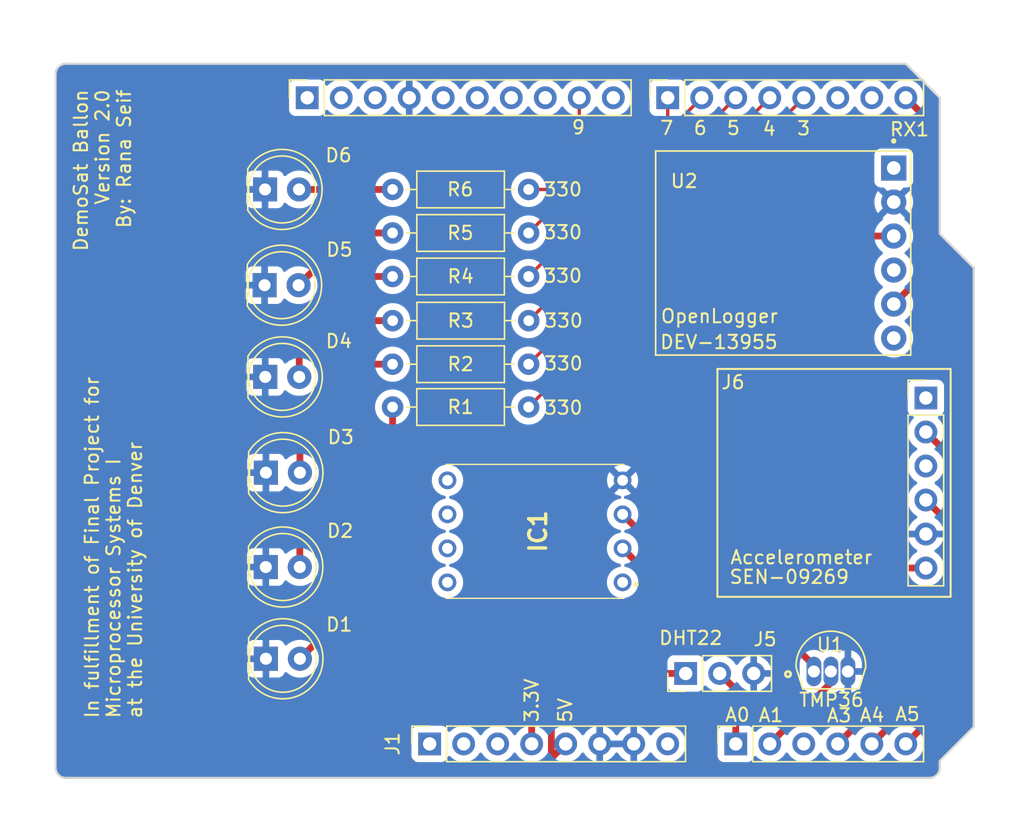
<source format=kicad_pcb>
(kicad_pcb (version 20240108) (generator "pcbnew") (generator_version "8.0")
  (title_block (date "mar. 31 mars 2015"))
  (layers (0 "F.Cu" signal) (31 "B.Cu" signal) (34 "B.Paste" user) (35 "F.Paste" user) (36 "B.SilkS" user "B.Silkscreen") (37 "F.SilkS" user "F.Silkscreen") (38 "B.Mask" user) (39 "F.Mask" user) (44 "Edge.Cuts" user))
  (net 0 "")
  (net 1 "GND")
  (net 3 "+5V")
  (net 4 "/IOREF")
  (net 5 "Net-(D1-A)")
  (net 6 "Net-(D2-A)")
  (net 7 "Net-(D3-A)")
  (net 8 "Net-(D4-A)")
  (net 9 "/SDA{slash}A4")
  (net 10 "/SCL{slash}A5")
  (net 11 "/13")
  (net 12 "/12")
  (net 13 "/AREF")
  (net 14 "/8")
  (net 16 "/*11")
  (net 17 "/*10")
  (net 19 "/Pressure_Sensor")
  (net 23 "/TX{slash}1")
  (net 24 "/LED_Accelerometer")
  (net 25 "/Ext_Temp_Sensor")
  (net 26 "+3V3")
  (net 28 "/~{RESET}")
  (net 29 "/DHT_Sensor")
  (net 30 "/Accel_Z")
  (net 31 "/Accel_X")
  (net 32 "/6")
  (net 33 "/LED_Pressure")
  (net 34 "/LED_Power")
  (net 35 "/Open_Logger")
  (net 36 "/LED_Humidity")
  (net 37 "/LED_InternalTemp")
  (net 38 "/LED_ExternalTemp")
  (net 41 "Net-(D5-A)")
  (net 42 "Net-(D6-A)")
  (net 46 "VCC")
  (footprint "Connector_PinSocket_2.54mm:PinSocket_1x08_P2.54mm_Vertical" (layer "F.Cu") (at 127.94 97.46 90)
    (property "Reference" "J1" (at 0 -2.77 90) (layer "F.SilkS"))
    (property "Value" "Power")
    (fp_line (start 1.33 -1.33) (end 1.33 0) (stroke (width 0.12)) (layer "F.SilkS"))
    (fp_line (start 0 -1.33) (end 1.33 -1.33) (stroke (width 0.12)) (layer "F.SilkS"))
    (fp_line (start 1.33 1.27) (end 1.33 19.11) (stroke (width 0.12)) (layer "F.SilkS"))
    (fp_line (start -1.33 1.27) (end 1.33 1.27) (stroke (width 0.12)) (layer "F.SilkS"))
    (fp_line (start -1.33 1.27) (end -1.33 19.11) (stroke (width 0.12)) (layer "F.SilkS"))
    (fp_line (start -1.33 19.11) (end 1.33 19.11) (stroke (width 0.12)) (layer "F.SilkS"))
    (pad "1" thru_hole rect (at 0 0 90) (size 1.7 1.7) (drill 1) (layers "*.Cu" "*.Mask"))
    (pad "2" thru_hole oval (at 0 2.54 90) (size 1.7 1.7) (drill 1) (layers "*.Cu" "*.Mask") (net 4 "/IOREF"))
    (pad "3" thru_hole oval (at 0 5.08 90) (size 1.7 1.7) (drill 1) (layers "*.Cu" "*.Mask") (net 28 "/~{RESET}"))
    (pad "4" thru_hole oval (at 0 7.62 90) (size 1.7 1.7) (drill 1) (layers "*.Cu" "*.Mask") (net 26 "+3V3"))
    (pad "5" thru_hole oval (at 0 10.16 90) (size 1.7 1.7) (drill 1) (layers "*.Cu" "*.Mask") (net 3 "+5V"))
    (pad "6" thru_hole oval (at 0 12.7 90) (size 1.7 1.7) (drill 1) (layers "*.Cu" "*.Mask") (net 1 "GND"))
    (pad "7" thru_hole oval (at 0 15.24 90) (size 1.7 1.7) (drill 1) (layers "*.Cu" "*.Mask") (net 1 "GND"))
    (pad "8" thru_hole oval (at 0 17.78 90) (size 1.7 1.7) (drill 1) (layers "*.Cu" "*.Mask") (net 46 "VCC"))
  )
  (footprint "Connector_PinSocket_2.54mm:PinSocket_1x06_P2.54mm_Vertical" (layer "F.Cu") (at 150.8 97.46 90)
    (property "Reference" "J3" (hide yes))
    (property "Value" "Analog")
    (fp_line (start 1.33 -1.33) (end 1.33 0) (stroke (width 0.12)) (layer "F.SilkS"))
    (fp_line (start 0 -1.33) (end 1.33 -1.33) (stroke (width 0.12)) (layer "F.SilkS"))
    (fp_line (start 1.33 1.27) (end 1.33 14.03) (stroke (width 0.12)) (layer "F.SilkS"))
    (fp_line (start -1.33 1.27) (end 1.33 1.27) (stroke (width 0.12)) (layer "F.SilkS"))
    (fp_line (start -1.33 1.27) (end -1.33 14.03) (stroke (width 0.12)) (layer "F.SilkS"))
    (fp_line (start -1.33 14.03) (end 1.33 14.03) (stroke (width 0.12)) (layer "F.SilkS"))
    (pad "1" thru_hole rect (at 0 0 90) (size 1.7 1.7) (drill 1) (layers "*.Cu" "*.Mask") (net 29 "/DHT_Sensor"))
    (pad "2" thru_hole oval (at 0 2.54 90) (size 1.7 1.7) (drill 1) (layers "*.Cu" "*.Mask") (net 25 "/Ext_Temp_Sensor"))
    (pad "3" thru_hole oval (at 0 5.08 90) (size 1.7 1.7) (drill 1) (layers "*.Cu" "*.Mask"))
    (pad "4" thru_hole oval (at 0 7.62 90) (size 1.7 1.7) (drill 1) (layers "*.Cu" "*.Mask") (net 19 "/Pressure_Sensor"))
    (pad "5" thru_hole oval (at 0 10.16 90) (size 1.7 1.7) (drill 1) (layers "*.Cu" "*.Mask") (net 31 "/Accel_X"))
    (pad "6" thru_hole oval (at 0 12.7 90) (size 1.7 1.7) (drill 1) (layers "*.Cu" "*.Mask") (net 30 "/Accel_Z"))
  )
  (footprint "Connector_PinSocket_2.54mm:PinSocket_1x10_P2.54mm_Vertical" (layer "F.Cu") (at 118.796 49.2 90)
    (property "Reference" "J2" (hide yes))
    (property "Value" "Digital/PWM")
    (fp_line (start 1.33 -1.33) (end 1.33 0) (stroke (width 0.12)) (layer "F.SilkS"))
    (fp_line (start 0 -1.33) (end 1.33 -1.33) (stroke (width 0.12)) (layer "F.SilkS"))
    (fp_line (start 1.33 1.27) (end 1.33 24.19) (stroke (width 0.12)) (layer "F.SilkS"))
    (fp_line (start -1.33 1.27) (end 1.33 1.27) (stroke (width 0.12)) (layer "F.SilkS"))
    (fp_line (start -1.33 1.27) (end -1.33 24.19) (stroke (width 0.12)) (layer "F.SilkS"))
    (fp_line (start -1.33 24.19) (end 1.33 24.19) (stroke (width 0.12)) (layer "F.SilkS"))
    (pad "1" thru_hole rect (at 0 0 90) (size 1.7 1.7) (drill 1) (layers "*.Cu" "*.Mask") (net 10 "/SCL{slash}A5"))
    (pad "2" thru_hole oval (at 0 2.54 90) (size 1.7 1.7) (drill 1) (layers "*.Cu" "*.Mask") (net 9 "/SDA{slash}A4"))
    (pad "3" thru_hole oval (at 0 5.08 90) (size 1.7 1.7) (drill 1) (layers "*.Cu" "*.Mask") (net 13 "/AREF"))
    (pad "4" thru_hole oval (at 0 7.62 90) (size 1.7 1.7) (drill 1) (layers "*.Cu" "*.Mask") (net 1 "GND"))
    (pad "5" thru_hole oval (at 0 10.16 90) (size 1.7 1.7) (drill 1) (layers "*.Cu" "*.Mask") (net 11 "/13"))
    (pad "6" thru_hole oval (at 0 12.7 90) (size 1.7 1.7) (drill 1) (layers "*.Cu" "*.Mask") (net 12 "/12"))
    (pad "7" thru_hole oval (at 0 15.24 90) (size 1.7 1.7) (drill 1) (layers "*.Cu" "*.Mask") (net 16 "/*11"))
    (pad "8" thru_hole oval (at 0 17.78 90) (size 1.7 1.7) (drill 1) (layers "*.Cu" "*.Mask") (net 17 "/*10"))
    (pad "9" thru_hole oval (at 0 20.32 90) (size 1.7 1.7) (drill 1) (layers "*.Cu" "*.Mask") (net 24 "/LED_Accelerometer"))
    (pad "10" thru_hole oval (at 0 22.86 90) (size 1.7 1.7) (drill 1) (layers "*.Cu" "*.Mask") (net 14 "/8"))
  )
  (footprint "Connector_PinSocket_2.54mm:PinSocket_1x08_P2.54mm_Vertical" (layer "F.Cu") (at 145.72 49.2 90)
    (property "Reference" "J4" (hide yes))
    (property "Value" "Digital/PWM")
    (fp_line (start 1.33 -1.33) (end 1.33 0) (stroke (width 0.12)) (layer "F.SilkS"))
    (fp_line (start 0 -1.33) (end 1.33 -1.33) (stroke (width 0.12)) (layer "F.SilkS"))
    (fp_line (start 1.33 1.27) (end 1.33 19.11) (stroke (width 0.12)) (layer "F.SilkS"))
    (fp_line (start -1.33 1.27) (end 1.33 1.27) (stroke (width 0.12)) (layer "F.SilkS"))
    (fp_line (start -1.33 1.27) (end -1.33 19.11) (stroke (width 0.12)) (layer "F.SilkS"))
    (fp_line (start -1.33 19.11) (end 1.33 19.11) (stroke (width 0.12)) (layer "F.SilkS"))
    (pad "1" thru_hole rect (at 0 0 90) (size 1.7 1.7) (drill 1) (layers "*.Cu" "*.Mask") (net 33 "/LED_Pressure"))
    (pad "2" thru_hole oval (at 0 2.54 90) (size 1.7 1.7) (drill 1) (layers "*.Cu" "*.Mask") (net 36 "/LED_Humidity"))
    (pad "3" thru_hole oval (at 0 5.08 90) (size 1.7 1.7) (drill 1) (layers "*.Cu" "*.Mask") (net 38 "/LED_ExternalTemp"))
    (pad "4" thru_hole oval (at 0 7.62 90) (size 1.7 1.7) (drill 1) (layers "*.Cu" "*.Mask") (net 37 "/LED_InternalTemp"))
    (pad "5" thru_hole oval (at 0 10.16 90) (size 1.7 1.7) (drill 1) (layers "*.Cu" "*.Mask") (net 34 "/LED_Power"))
    (pad "6" thru_hole oval (at 0 12.7 90) (size 1.7 1.7) (drill 1) (layers "*.Cu" "*.Mask") (net 32 "/6"))
    (pad "7" thru_hole oval (at 0 15.24 90) (size 1.7 1.7) (drill 1) (layers "*.Cu" "*.Mask") (net 23 "/TX{slash}1"))
    (pad "8" thru_hole oval (at 0 17.78 90) (size 1.7 1.7) (drill 1) (layers "*.Cu" "*.Mask") (net 35 "/Open_Logger"))
  )
  (footprint "LED_THT:LED_D5.0mm" (layer "F.Cu") (at 115.61 63.2)
    (property "Reference" "D5" (at 5.59 -2.65 0) (layer "F.SilkS"))
    (property "Value" "Pressure")
    (fp_line (start -1.29 -1.545) (end -1.29 1.545) (stroke (width 0.12)) (layer "F.SilkS"))
    (fp_arc (start -1.29 -1.54483) (mid 2.071756 -2.880501) (end 4.26 -0.000048) (stroke (width 0.12)) (layer "F.SilkS"))
    (fp_arc (start 4.26 0.000048) (mid 2.071756 2.880501) (end -1.29 1.54483) (stroke (width 0.12)) (layer "F.SilkS"))
    (fp_circle (center 1.27 0) (end 3.77 0) (stroke (width 0.12)) (fill none) (layer "F.SilkS"))
    (pad "1" thru_hole rect (at 0 0) (size 1.8 1.8) (drill 0.9) (layers "*.Cu" "*.Mask") (net 1 "GND"))
    (pad "2" thru_hole circle (at 2.54 0) (size 1.8 1.8) (drill 0.9) (layers "*.Cu" "*.Mask") (net 41 "Net-(D5-A)"))
  )
  (footprint "TMP36GT9:XDCR_TMP36GT9" (layer "F.Cu") (at 157.905 91.15)
    (property "Reference" "U1" (at -0.05 -1.1 0) (layer "F.SilkS") (effects (font (size 1.001913 1.001913))))
    (property "Value" "TMP36" (at 0.045 3.025 0) (layer "F.SilkS") (effects (font (size 1.00078 1.00078))))
    (fp_line (start -2.6 0.6) (end -2.1 2.2) (stroke (width 0.127)) (layer "F.SilkS"))
    (fp_line (start -2.1 2.2) (end 2.1 2.2) (stroke (width 0.127)) (layer "F.SilkS"))
    (fp_line (start 2.1 2.2) (end 2.6 0.6) (stroke (width 0.127)) (layer "F.SilkS"))
    (fp_arc (start -2.6 0.538) (mid 0 -2.107779) (end 2.6 0.538) (stroke (width 0.127)) (layer "F.SilkS"))
    (fp_circle (center -3.2 1.1) (end -3 1.1) (stroke (width 0.2)) (fill none) (layer "F.SilkS"))
    (pad "1" thru_hole oval (at -1.27 0.9) (size 1.1 2.2) (drill 0.9) (layers "*.Cu" "*.Mask") (net 3 "+5V"))
    (pad "2" thru_hole oval (at 0 0.9) (size 1.1 2.2) (drill 0.9) (layers "*.Cu" "*.Mask") (net 25 "/Ext_Temp_Sensor"))
    (pad "3" thru_hole oval (at 1.27 0.9) (size 1.1 2.2) (drill 0.9) (layers "*.Cu" "*.Mask") (net 1 "GND"))
  )
  (footprint "Connector_PinHeader_2.54mm:PinHeader_1x03_P2.54mm_Vertical" (layer "F.Cu") (at 147.06 92.2 90)
    (property "Reference" "J5" (at 2.55 5.93 180) (layer "F.SilkS"))
    (property "Value" "DHT22" (at 2.65 0.38 180) (layer "F.SilkS"))
    (fp_line (start -1.33 -1.33) (end 0 -1.33) (stroke (width 0.12)) (layer "F.SilkS"))
    (fp_line (start -1.33 0) (end -1.33 -1.33) (stroke (width 0.12)) (layer "F.SilkS"))
    (fp_line (start 1.33 1.27) (end 1.33 6.41) (stroke (width 0.12)) (layer "F.SilkS"))
    (fp_line (start -1.33 1.27) (end 1.33 1.27) (stroke (width 0.12)) (layer "F.SilkS"))
    (fp_line (start -1.33 1.27) (end -1.33 6.41) (stroke (width 0.12)) (layer "F.SilkS"))
    (fp_line (start -1.33 6.41) (end 1.33 6.41) (stroke (width 0.12)) (layer "F.SilkS"))
    (pad "1" thru_hole rect (at 0 0 90) (size 1.7 1.7) (drill 1) (layers "*.Cu" "*.Mask") (net 3 "+5V"))
    (pad "2" thru_hole oval (at 0 2.54 90) (size 1.7 1.7) (drill 1) (layers "*.Cu" "*.Mask") (net 29 "/DHT_Sensor"))
    (pad "3" thru_hole oval (at 0 5.08 90) (size 1.7 1.7) (drill 1) (layers "*.Cu" "*.Mask") (net 1 "GND"))
  )
  (footprint "Resistor_THT:R_Axial_DIN0207_L6.3mm_D2.5mm_P10.16mm_Horizontal" (layer "F.Cu") (at 135.33 59.3 180)
    (property "Reference" "R5" (at 5.1 0 0) (layer "F.SilkS"))
    (property "Value" "330" (at -2.55 0.05 0) (layer "F.SilkS"))
    (fp_line (start 9.12 0) (end 8.35 0) (stroke (width 0.12)) (layer "F.SilkS"))
    (fp_line (start 8.35 1.37) (end 8.35 -1.37) (stroke (width 0.12)) (layer "F.SilkS"))
    (fp_line (start 8.35 -1.37) (end 1.81 -1.37) (stroke (width 0.12)) (layer "F.SilkS"))
    (fp_line (start 1.81 1.37) (end 8.35 1.37) (stroke (width 0.12)) (layer "F.SilkS"))
    (fp_line (start 1.81 -1.37) (end 1.81 1.37) (stroke (width 0.12)) (layer "F.SilkS"))
    (fp_line (start 1.04 0) (end 1.81 0) (stroke (width 0.12)) (layer "F.SilkS"))
    (pad "1" thru_hole circle (at 0 0 180) (size 1.6 1.6) (drill 0.8) (layers "*.Cu" "*.Mask") (net 33 "/LED_Pressure"))
    (pad "2" thru_hole oval (at 10.16 0 180) (size 1.6 1.6) (drill 0.8) (layers "*.Cu" "*.Mask") (net 41 "Net-(D5-A)"))
  )
  (footprint "DEV-13955:MODULE_DEV-13955" (layer "F.Cu") (at 154.345 60.8 90)
    (property "Reference" "U2" (at 5.375 -7.395 180) (layer "F.SilkS"))
    (property "Value" "DEV-13955 " (at -6.65 -4.42 180) (layer "F.SilkS"))
    (fp_line (start 7.62 -9.525) (end 7.62 9.525) (stroke (width 0.127)) (layer "F.SilkS"))
    (fp_line (start -7.62 -9.525) (end 7.62 -9.525) (stroke (width 0.127)) (layer "F.SilkS"))
    (fp_line (start 7.62 9.525) (end -7.62 9.525) (stroke (width 0.127)) (layer "F.SilkS"))
    (fp_line (start -7.62 9.525) (end -7.62 -9.525) (stroke (width 0.127)) (layer "F.SilkS"))
    (fp_circle (center 8.37 8.255) (end 8.47 8.255) (stroke (width 0.2)) (fill none) (layer "F.SilkS"))
    (pad "1" thru_hole rect (at 6.35 8.255 90) (size 1.8796 1.8796) (drill 1.016) (layers "*.Cu" "*.Mask"))
    (pad "2" thru_hole circle (at 3.81 8.255 90) (size 1.8796 1.8796) (drill 1.016) (layers "*.Cu" "*.Mask") (net 1 "GND"))
    (pad "3" thru_hole circle (at 1.27 8.255 90) (size 1.8796 1.8796) (drill 1.016) (layers "*.Cu" "*.Mask") (net 3 "+5V"))
    (pad "4" thru_hole circle (at -1.27 8.255 90) (size 1.8796 1.8796) (drill 1.016) (layers "*.Cu" "*.Mask"))
    (pad "5" thru_hole circle (at -3.81 8.255 90) (size 1.8796 1.8796) (drill 1.016) (layers "*.Cu" "*.Mask") (net 35 "/Open_Logger"))
    (pad "6" thru_hole circle (at -6.35 8.255 90) (size 1.8796 1.8796) (drill 1.016) (layers "*.Cu" "*.Mask"))
  )
  (footprint "Pressure_SSCDANV015PAAA5:SSCDANV015PAAA5" (layer "F.Cu") (at 142.35 85.395 90)
    (property "Reference" "IC1" (at 3.81 -6.32 90) (layer "F.SilkS") (effects (font (size 1.27 1.27) (thickness 0.254))))
    (property "Value" "SSCDANV015PAAA5" (hide yes))
    (fp_line (start 8.81 -13.19) (end 8.81 0.11) (stroke (width 0.1)) (layer "F.SilkS"))
    (fp_line (start -1.19 0.11) (end -1.19 -13.19) (stroke (width 0.1)) (layer "F.SilkS"))
    (fp_line (start -0.05 1) (end -0.05 1) (stroke (width 0.2)) (layer "F.SilkS"))
    (fp_line (start -0.25 1) (end -0.25 1) (stroke (width 0.2)) (layer "F.SilkS"))
    (fp_arc (start -0.05 1) (mid -0.15 1.1) (end -0.25 1) (stroke (width 0.2)) (layer "F.SilkS"))
    (fp_arc (start -0.25 1) (mid -0.15 0.9) (end -0.05 1) (stroke (width 0.2)) (layer "F.SilkS"))
    (pad "1" thru_hole circle (at 0 0 90) (size 1.321 1.321) (drill 0.813) (layers "*.Cu" "*.Mask"))
    (pad "2" thru_hole circle (at 2.54 0 90) (size 1.321 1.321) (drill 0.813) (layers "*.Cu" "*.Mask") (net 3 "+5V"))
    (pad "3" thru_hole circle (at 5.08 0 90) (size 1.321 1.321) (drill 0.813) (layers "*.Cu" "*.Mask") (net 19 "/Pressure_Sensor"))
    (pad "4" thru_hole circle (at 7.62 0 90) (size 1.321 1.321) (drill 0.813) (layers "*.Cu" "*.Mask") (net 1 "GND"))
    (pad "5" thru_hole circle (at 7.62 -13.08 90) (size 1.321 1.321) (drill 0.813) (layers "*.Cu" "*.Mask"))
    (pad "6" thru_hole circle (at 5.08 -13.08 90) (size 1.321 1.321) (drill 0.813) (layers "*.Cu" "*.Mask"))
    (pad "7" thru_hole circle (at 2.54 -13.08 90) (size 1.321 1.321) (drill 0.813) (layers "*.Cu" "*.Mask"))
    (pad "8" thru_hole circle (at 0 -13.08 90) (size 1.321 1.321) (drill 0.813) (layers "*.Cu" "*.Mask"))
  )
  (footprint "LED_THT:LED_D5.0mm" (layer "F.Cu") (at 115.71 91.1)
    (property "Reference" "D1" (at 5.475 -2.55 0) (layer "F.SilkS"))
    (property "Value" "Power")
    (fp_line (start -1.29 -1.545) (end -1.29 1.545) (stroke (width 0.12)) (layer "F.SilkS"))
    (fp_arc (start -1.29 -1.54483) (mid 2.071756 -2.880501) (end 4.26 -0.000048) (stroke (width 0.12)) (layer "F.SilkS"))
    (fp_arc (start 4.26 0.000048) (mid 2.071756 2.880501) (end -1.29 1.54483) (stroke (width 0.12)) (layer "F.SilkS"))
    (fp_circle (center 1.27 0) (end 3.77 0) (stroke (width 0.12)) (fill none) (layer "F.SilkS"))
    (pad "1" thru_hole rect (at 0 0) (size 1.8 1.8) (drill 0.9) (layers "*.Cu" "*.Mask") (net 1 "GND"))
    (pad "2" thru_hole circle (at 2.54 0) (size 1.8 1.8) (drill 0.9) (layers "*.Cu" "*.Mask") (net 5 "Net-(D1-A)"))
  )
  (footprint "Resistor_THT:R_Axial_DIN0207_L6.3mm_D2.5mm_P10.16mm_Horizontal" (layer "F.Cu") (at 135.33 72.3 180)
    (property "Reference" "R1" (at 5.08 0 0) (layer "F.SilkS"))
    (property "Value" "330" (at -2.59 -0.05 0) (layer "F.SilkS"))
    (fp_line (start 9.12 0) (end 8.35 0) (stroke (width 0.12)) (layer "F.SilkS"))
    (fp_line (start 8.35 1.37) (end 8.35 -1.37) (stroke (width 0.12)) (layer "F.SilkS"))
    (fp_line (start 8.35 -1.37) (end 1.81 -1.37) (stroke (width 0.12)) (layer "F.SilkS"))
    (fp_line (start 1.81 1.37) (end 8.35 1.37) (stroke (width 0.12)) (layer "F.SilkS"))
    (fp_line (start 1.81 -1.37) (end 1.81 1.37) (stroke (width 0.12)) (layer "F.SilkS"))
    (fp_line (start 1.04 0) (end 1.81 0) (stroke (width 0.12)) (layer "F.SilkS"))
    (pad "1" thru_hole circle (at 0 0 180) (size 1.6 1.6) (drill 0.8) (layers "*.Cu" "*.Mask") (net 34 "/LED_Power"))
    (pad "2" thru_hole oval (at 10.16 0 180) (size 1.6 1.6) (drill 0.8) (layers "*.Cu" "*.Mask") (net 5 "Net-(D1-A)"))
  )
  (footprint "Resistor_THT:R_Axial_DIN0207_L6.3mm_D2.5mm_P10.16mm_Horizontal" (layer "F.Cu") (at 135.34 65.85 180)
    (property "Reference" "R3" (at 5.08 0 0) (layer "F.SilkS"))
    (property "Value" "330" (at -2.6 0 0) (layer "F.SilkS"))
    (fp_line (start 9.12 0) (end 8.35 0) (stroke (width 0.12)) (layer "F.SilkS"))
    (fp_line (start 8.35 1.37) (end 8.35 -1.37) (stroke (width 0.12)) (layer "F.SilkS"))
    (fp_line (start 8.35 -1.37) (end 1.81 -1.37) (stroke (width 0.12)) (layer "F.SilkS"))
    (fp_line (start 1.81 1.37) (end 8.35 1.37) (stroke (width 0.12)) (layer "F.SilkS"))
    (fp_line (start 1.81 -1.37) (end 1.81 1.37) (stroke (width 0.12)) (layer "F.SilkS"))
    (fp_line (start 1.04 0) (end 1.81 0) (stroke (width 0.12)) (layer "F.SilkS"))
    (pad "1" thru_hole circle (at 0 0 180) (size 1.6 1.6) (drill 0.8) (layers "*.Cu" "*.Mask") (net 38 "/LED_ExternalTemp"))
    (pad "2" thru_hole oval (at 10.16 0 180) (size 1.6 1.6) (drill 0.8) (layers "*.Cu" "*.Mask") (net 7 "Net-(D3-A)"))
  )
  (footprint "LED_THT:LED_D5.0mm" (layer "F.Cu") (at 115.645 56.05)
    (property "Reference" "D6" (at 5.49 -2.55 0) (layer "F.SilkS"))
    (property "Value" "Accelerometer")
    (fp_line (start -1.29 -1.545) (end -1.29 1.545) (stroke (width 0.12)) (layer "F.SilkS"))
    (fp_arc (start -1.29 -1.54483) (mid 2.071756 -2.880501) (end 4.26 -0.000048) (stroke (width 0.12)) (layer "F.SilkS"))
    (fp_arc (start 4.26 0.000048) (mid 2.071756 2.880501) (end -1.29 1.54483) (stroke (width 0.12)) (layer "F.SilkS"))
    (fp_circle (center 1.27 0) (end 3.77 0) (stroke (width 0.12)) (fill none) (layer "F.SilkS"))
    (pad "1" thru_hole rect (at 0 0) (size 1.8 1.8) (drill 0.9) (layers "*.Cu" "*.Mask") (net 1 "GND"))
    (pad "2" thru_hole circle (at 2.54 0) (size 1.8 1.8) (drill 0.9) (layers "*.Cu" "*.Mask") (net 42 "Net-(D6-A)"))
  )
  (footprint "LED_THT:LED_D5.0mm" (layer "F.Cu") (at 115.71 77.2)
    (property "Reference" "D3" (at 5.59 -2.65 0) (layer "F.SilkS"))
    (property "Value" "Ext_Temp")
    (fp_line (start -1.29 -1.545) (end -1.29 1.545) (stroke (width 0.12)) (layer "F.SilkS"))
    (fp_arc (start -1.29 -1.54483) (mid 2.071756 -2.880501) (end 4.26 -0.000048) (stroke (width 0.12)) (layer "F.SilkS"))
    (fp_arc (start 4.26 0.000048) (mid 2.071756 2.880501) (end -1.29 1.54483) (stroke (width 0.12)) (layer "F.SilkS"))
    (fp_circle (center 1.27 0) (end 3.77 0) (stroke (width 0.12)) (fill none) (layer "F.SilkS"))
    (pad "1" thru_hole rect (at 0 0) (size 1.8 1.8) (drill 0.9) (layers "*.Cu" "*.Mask") (net 1 "GND"))
    (pad "2" thru_hole circle (at 2.54 0) (size 1.8 1.8) (drill 0.9) (layers "*.Cu" "*.Mask") (net 7 "Net-(D3-A)"))
  )
  (footprint "Resistor_THT:R_Axial_DIN0207_L6.3mm_D2.5mm_P10.16mm_Horizontal" (layer "F.Cu") (at 135.33 69.1 180)
    (property "Reference" "R2" (at 5.08 0 0) (layer "F.SilkS"))
    (property "Value" "330" (at -2.6 0.05 0) (layer "F.SilkS"))
    (fp_line (start 9.12 0) (end 8.35 0) (stroke (width 0.12)) (layer "F.SilkS"))
    (fp_line (start 8.35 1.37) (end 8.35 -1.37) (stroke (width 0.12)) (layer "F.SilkS"))
    (fp_line (start 8.35 -1.37) (end 1.81 -1.37) (stroke (width 0.12)) (layer "F.SilkS"))
    (fp_line (start 1.81 1.37) (end 8.35 1.37) (stroke (width 0.12)) (layer "F.SilkS"))
    (fp_line (start 1.81 -1.37) (end 1.81 1.37) (stroke (width 0.12)) (layer "F.SilkS"))
    (fp_line (start 1.04 0) (end 1.81 0) (stroke (width 0.12)) (layer "F.SilkS"))
    (pad "1" thru_hole circle (at 0 0 180) (size 1.6 1.6) (drill 0.8) (layers "*.Cu" "*.Mask") (net 37 "/LED_InternalTemp"))
    (pad "2" thru_hole oval (at 10.16 0 180) (size 1.6 1.6) (drill 0.8) (layers "*.Cu" "*.Mask") (net 6 "Net-(D2-A)"))
  )
  (footprint "Resistor_THT:R_Axial_DIN0207_L6.3mm_D2.5mm_P10.16mm_Horizontal" (layer "F.Cu") (at 135.33 62.55 180)
    (property "Reference" "R4" (at 5.08 0 0) (layer "F.SilkS"))
    (property "Value" "330" (at -2.55 0.05 0) (layer "F.SilkS"))
    (fp_line (start 9.12 0) (end 8.35 0) (stroke (width 0.12)) (layer "F.SilkS"))
    (fp_line (start 8.35 1.37) (end 8.35 -1.37) (stroke (width 0.12)) (layer "F.SilkS"))
    (fp_line (start 8.35 -1.37) (end 1.81 -1.37) (stroke (width 0.12)) (layer "F.SilkS"))
    (fp_line (start 1.81 1.37) (end 8.35 1.37) (stroke (width 0.12)) (layer "F.SilkS"))
    (fp_line (start 1.81 -1.37) (end 1.81 1.37) (stroke (width 0.12)) (layer "F.SilkS"))
    (fp_line (start 1.04 0) (end 1.81 0) (stroke (width 0.12)) (layer "F.SilkS"))
    (pad "1" thru_hole circle (at 0 0 180) (size 1.6 1.6) (drill 0.8) (layers "*.Cu" "*.Mask") (net 36 "/LED_Humidity"))
    (pad "2" thru_hole oval (at 10.16 0 180) (size 1.6 1.6) (drill 0.8) (layers "*.Cu" "*.Mask") (net 8 "Net-(D4-A)"))
  )
  (footprint "Connector_PinHeader_2.54mm:PinHeader_1x06_P2.54mm_Vertical" (layer "F.Cu") (at 165 71.625)
    (property "Reference" "J6" (at -14.4 -1.175 0) (layer "F.SilkS"))
    (property "Value" "Accelerometer" (at -9.3 11.9 0) (layer "F.SilkS"))
    (fp_line (start -1.33 -1.33) (end 0 -1.33) (stroke (width 0.12)) (layer "F.SilkS"))
    (fp_line (start -1.33 0) (end -1.33 -1.33) (stroke (width 0.12)) (layer "F.SilkS"))
    (fp_line (start -1.33 1.27) (end -1.33 14.03) (stroke (width 0.12)) (layer "F.SilkS"))
    (fp_line (start -1.33 1.27) (end 1.33 1.27) (stroke (width 0.12)) (layer "F.SilkS"))
    (fp_line (start -1.33 14.03) (end 1.33 14.03) (stroke (width 0.12)) (layer "F.SilkS"))
    (fp_line (start 1.33 1.27) (end 1.33 14.03) (stroke (width 0.12)) (layer "F.SilkS"))
    (pad "1" thru_hole rect (at 0 0) (size 1.7 1.7) (drill 1) (layers "*.Cu" "*.Mask"))
    (pad "2" thru_hole oval (at 0 2.54) (size 1.7 1.7) (drill 1) (layers "*.Cu" "*.Mask") (net 30 "/Accel_Z"))
    (pad "3" thru_hole oval (at 0 5.08) (size 1.7 1.7) (drill 1) (layers "*.Cu" "*.Mask"))
    (pad "4" thru_hole oval (at 0 7.62) (size 1.7 1.7) (drill 1) (layers "*.Cu" "*.Mask") (net 31 "/Accel_X"))
    (pad "5" thru_hole oval (at 0 10.16) (size 1.7 1.7) (drill 1) (layers "*.Cu" "*.Mask") (net 1 "GND"))
    (pad "6" thru_hole oval (at 0 12.7) (size 1.7 1.7) (drill 1) (layers "*.Cu" "*.Mask") (net 26 "+3V3"))
  )
  (footprint "LED_THT:LED_D5.0mm" (layer "F.Cu") (at 115.66 70.05)
    (property "Reference" "D4" (at 5.5 -2.67 0) (layer "F.SilkS"))
    (property "Value" "Humidity")
    (fp_line (start -1.29 -1.545) (end -1.29 1.545) (stroke (width 0.12)) (layer "F.SilkS"))
    (fp_arc (start -1.29 -1.54483) (mid 2.071756 -2.880501) (end 4.26 -0.000048) (stroke (width 0.12)) (layer "F.SilkS"))
    (fp_arc (start 4.26 0.000048) (mid 2.071756 2.880501) (end -1.29 1.54483) (stroke (width 0.12)) (layer "F.SilkS"))
    (fp_circle (center 1.27 0) (end 3.77 0) (stroke (width 0.12)) (fill none) (layer "F.SilkS"))
    (pad "1" thru_hole rect (at 0 0) (size 1.8 1.8) (drill 0.9) (layers "*.Cu" "*.Mask") (net 1 "GND"))
    (pad "2" thru_hole circle (at 2.54 0) (size 1.8 1.8) (drill 0.9) (layers "*.Cu" "*.Mask") (net 8 "Net-(D4-A)"))
  )
  (footprint "LED_THT:LED_D5.0mm" (layer "F.Cu") (at 115.7 84.25)
    (property "Reference" "D2" (at 5.55 -2.7 0) (layer "F.SilkS"))
    (property "Value" "Int_Temp")
    (fp_line (start -1.29 -1.545) (end -1.29 1.545) (stroke (width 0.12)) (layer "F.SilkS"))
    (fp_arc (start -1.29 -1.54483) (mid 2.071756 -2.880501) (end 4.26 -0.000048) (stroke (width 0.12)) (layer "F.SilkS"))
    (fp_arc (start 4.26 0.000048) (mid 2.071756 2.880501) (end -1.29 1.54483) (stroke (width 0.12)) (layer "F.SilkS"))
    (fp_circle (center 1.27 0) (end 3.77 0) (stroke (width 0.12)) (fill none) (layer "F.SilkS"))
    (pad "1" thru_hole rect (at 0 0) (size 1.8 1.8) (drill 0.9) (layers "*.Cu" "*.Mask") (net 1 "GND"))
    (pad "2" thru_hole circle (at 2.54 0) (size 1.8 1.8) (drill 0.9) (layers "*.Cu" "*.Mask") (net 6 "Net-(D2-A)"))
  )
  (footprint "Resistor_THT:R_Axial_DIN0207_L6.3mm_D2.5mm_P10.16mm_Horizontal" (layer "F.Cu") (at 135.33 56.05 180)
    (property "Reference" "R6" (at 5.11 0 0) (layer "F.SilkS"))
    (property "Value" "330" (at -2.55 0 0) (layer "F.SilkS"))
    (fp_line (start 9.12 0) (end 8.35 0) (stroke (width 0.12)) (layer "F.SilkS"))
    (fp_line (start 8.35 1.37) (end 8.35 -1.37) (stroke (width 0.12)) (layer "F.SilkS"))
    (fp_line (start 8.35 -1.37) (end 1.81 -1.37) (stroke (width 0.12)) (layer "F.SilkS"))
    (fp_line (start 1.81 1.37) (end 8.35 1.37) (stroke (width 0.12)) (layer "F.SilkS"))
    (fp_line (start 1.81 -1.37) (end 1.81 1.37) (stroke (width 0.12)) (layer "F.SilkS"))
    (fp_line (start 1.04 0) (end 1.81 0) (stroke (width 0.12)) (layer "F.SilkS"))
    (pad "1" thru_hole circle (at 0 0 180) (size 1.6 1.6) (drill 0.8) (layers "*.Cu" "*.Mask") (net 24 "/LED_Accelerometer"))
    (pad "2" thru_hole oval (at 10.16 0 180) (size 1.6 1.6) (drill 0.8) (layers "*.Cu" "*.Mask") (net 42 "Net-(D6-A)"))
  )
  (gr_rect (start 149.43 69.455) (end 166.85 86.475) (stroke (width 0.15)) (fill none) (layer "F.SilkS"))
  (gr_line (start 166.04 59.36) (end 168.58 61.9) (stroke (width 0.15)) (layer "Edge.Cuts"))
  (gr_line (start 100 99.238) (end 100 47.422) (stroke (width 0.15)) (layer "Edge.Cuts"))
  (gr_line (start 168.58 61.9) (end 168.58 96.19) (stroke (width 0.15)) (layer "Edge.Cuts"))
  (gr_line (start 165.278 100) (end 100.762 100) (stroke (width 0.15)) (layer "Edge.Cuts"))
  (gr_line (start 100.762 46.66) (end 163.5 46.66) (stroke (width 0.15)) (layer "Edge.Cuts"))
  (gr_arc (start 100.762 100) (mid 100.223185 99.776815) (end 100 99.238) (stroke (width 0.15)) (layer "Edge.Cuts"))
  (gr_line (start 168.58 96.19) (end 166.04 98.73) (stroke (width 0.15)) (layer "Edge.Cuts"))
  (gr_line (start 163.5 46.66) (end 166.04 49.2) (stroke (width 0.15)) (layer "Edge.Cuts"))
  (gr_arc (start 166.04 99.238) (mid 165.816815 99.776815) (end 165.278 100) (stroke (width 0.15)) (layer "Edge.Cuts"))
  (gr_line (start 166.04 49.2) (end 166.04 59.36) (stroke (width 0.15)) (layer "Edge.Cuts"))
  (gr_line (start 166.04 98.73) (end 166.04 99.238) (stroke (width 0.15)) (layer "Edge.Cuts"))
  (gr_arc (start 100 47.422) (mid 100.223185 46.883185) (end 100.762 46.66) (stroke (width 0.15)) (layer "Edge.Cuts"))
  (gr_text "9" (at 138.475 52 0) (layer "F.SilkS") (effects (font (size 1 1)) (justify left bottom)))
  (gr_text "DemoSat Ballon\nVersion 2.0\nBy: Rana Seif\n" (at 105.7 48.5 90) (layer "F.SilkS") (effects (font (size 1 1)) (justify right bottom)))
  (gr_text "5V" (at 138.65 95.95 90) (layer "F.SilkS") (effects (font (size 1 1)) (justify left bottom)))
  (gr_text "A0" (at 149.925 95.875 0) (layer "F.SilkS") (effects (font (size 1 1)) (justify left bottom)))
  (gr_text "A1" (at 152.425 95.9 0) (layer "F.SilkS") (effects (font (size 1 1)) (justify left bottom)))
  (gr_text "3" (at 155.3 52.075 0) (layer "F.SilkS") (effects (font (size 1 1)) (justify left bottom)))
  (gr_text "5" (at 150.05 52.05 0) (layer "F.SilkS") (effects (font (size 1 1)) (justify left bottom)))
  (gr_text "A4" (at 159.975 95.9 0) (layer "F.SilkS") (effects (font (size 1 1)) (justify left bottom)))
  (gr_text "3.3V" (at 136.15 95.925 90) (layer "F.SilkS") (effects (font (size 1 1)) (justify left bottom)))
  (gr_text "In fulfillment of Final Project for\nMicroprocessor Systems I \nat the University of Denver" (at 106.525 95.625 90) (layer "F.SilkS") (effects (font (size 1 1)) (justify left bottom)))
  (gr_text "SEN-09269" (at 150.25 85.575 0) (layer "F.SilkS") (effects (font (size 1 1)) (justify left bottom)))
  (gr_text "6" (at 147.575 52.05 0) (layer "F.SilkS") (effects (font (size 1 1)) (justify left bottom)))
  (gr_text "7" (at 145.075 52.05 0) (layer "F.SilkS") (effects (font (size 1 1)) (justify left bottom)))
  (gr_text "RX1" (at 162.225 52.15 0) (layer "F.SilkS") (effects (font (size 1 1)) (justify left bottom)))
  (gr_text "A3" (at 157.525 95.925 0) (layer "F.SilkS") (effects (font (size 1 1)) (justify left bottom)))
  (gr_text "OpenLogger" (at 145.125 66.1 0) (layer "F.SilkS") (effects (font (size 1 1)) (justify left bottom)))
  (gr_text "4" (at 152.725 52.1 0) (layer "F.SilkS") (effects (font (size 1 1)) (justify left bottom)))
  (gr_text "A5" (at 162.625 95.825 0) (layer "F.SilkS") (effects (font (size 1 1)) (justify left bottom)))
  (segment (start 158.78 92.25) (end 158.78 91.7) (width 0.25) (layer "F.Cu") (net 1))
  (segment (start 142.85 92.2) (end 147.06 92.2) (width 0.508) (layer "F.Cu") (net 3))
  (segment (start 125.775 77.225) (end 128.325 74.675) (width 0.508) (layer "F.Cu") (net 3))
  (segment (start 148.07 59.53) (end 162.6 59.53) (width 0.508) (layer "F.Cu") (net 3))
  (segment (start 143.975 86.15) (end 147.325 89.5) (width 0.508) (layer "F.Cu") (net 3))
  (segment (start 147.325 89.5) (end 154.525 89.5) (width 0.508) (layer "F.Cu") (net 3))
  (segment (start 137.03 98.53) (end 136.335 99.225) (width 0.508) (layer "F.Cu") (net 3))
  (segment (start 125.775 98.05) (end 125.775 77.225) (width 0.508) (layer "F.Cu") (net 3))
  (segment (start 139 92.225) (end 139.025 92.2) (width 0.508) (layer "F.Cu") (net 3))
  (segment (start 154.525 89.5) (end 156.635 91.61) (width 0.508) (layer "F.Cu") (net 3))
  (segment (start 143.975 91.075) (end 142.85 92.2) (width 0.508) (layer "F.Cu") (net 3))
  (segment (start 143.975 86.15) (end 143.975 91.075) (width 0.508) (layer "F.Cu") (net 3))
  (segment (start 139.025 92.2) (end 142.85 92.2) (width 0.508) (layer "F.Cu") (net 3))
  (segment (start 142.35 82.855) (end 143.975 84.48) (width 0.508) (layer "F.Cu") (net 3))
  (segment (start 137.03 98.53) (end 137.03 93.745) (width 0.508) (layer "F.Cu") (net 3))
  (segment (start 143.975 84.48) (end 143.975 86.15) (width 0.508) (layer "F.Cu") (net 3))
  (segment (start 143.975 68.5) (end 143.975 63.625) (width 0.508) (layer "F.Cu") (net 3))
  (segment (start 156.635 91.61) (end 156.635 92.05) (width 0.508) (layer "F.Cu") (net 3))
  (segment (start 138.55 92.225) (end 139 92.225) (width 0.508) (layer "F.Cu") (net 3))
  (segment (start 143.975 63.625) (end 148.07 59.53) (width 0.508) (layer "F.Cu") (net 3))
  (segment (start 138.1 97.46) (end 137.03 98.53) (width 0.508) (layer "F.Cu") (net 3))
  (segment (start 136.335 99.225) (end 126.95 99.225) (width 0.508) (layer "F.Cu") (net 3))
  (segment (start 137.8 74.675) (end 143.975 68.5) (width 0.508) (layer "F.Cu") (net 3))
  (segment (start 137.03 93.745) (end 138.55 92.225) (width 0.508) (layer "F.Cu") (net 3))
  (segment (start 126.95 99.225) (end 125.775 98.05) (width 0.508) (layer "F.Cu") (net 3))
  (segment (start 128.325 74.675) (end 137.8 74.675) (width 0.508) (layer "F.Cu") (net 3))
  (segment (start 122.85 81.225) (end 122.85 77.225) (width 0.508) (layer "F.Cu") (net 5))
  (segment (start 125.17 74.905) (end 125.17 72.3) (width 0.508) (layer "F.Cu") (net 5))
  (segment (start 120.6 83.475) (end 122.85 81.225) (width 0.508) (layer "F.Cu") (net 5))
  (segment (start 122.85 77.225) (end 125.17 74.905) (width 0.508) (layer "F.Cu") (net 5))
  (segment (start 118.25 91.1) (end 120.6 88.75) (width 0.508) (layer "F.Cu") (net 5))
  (segment (start 120.6 88.75) (end 120.6 83.475) (width 0.508) (layer "F.Cu") (net 5))
  (segment (start 121.75 78.95) (end 118.24 82.46) (width 0.508) (layer "F.Cu") (net 6))
  (segment (start 118.24 82.46) (end 118.24 84.25) (width 0.508) (layer "F.Cu") (net 6))
  (segment (start 121.75 70.65) (end 121.75 78.95) (width 0.508) (layer "F.Cu") (net 6))
  (segment (start 125.17 69.1) (end 123.3 69.1) (width 0.508) (layer "F.Cu") (net 6))
  (segment (start 123.3 69.1) (end 121.75 70.65) (width 0.508) (layer "F.Cu") (net 6))
  (segment (start 120.7 68.225) (end 123.075 65.85) (width 0.508) (layer "F.Cu") (net 7))
  (segment (start 120.7 72) (end 120.7 68.225) (width 0.508) (layer "F.Cu") (net 7))
  (segment (start 123.075 65.85) (end 125.18 65.85) (width 0.508) (layer "F.Cu") (net 7))
  (segment (start 118.25 74.45) (end 120.7 72) (width 0.508) (layer "F.Cu") (net 7))
  (segment (start 118.25 77.2) (end 118.25 74.45) (width 0.508) (layer "F.Cu") (net 7))
  (segment (start 118.2 70.05) (end 118.2 67.1) (width 0.508) (layer "F.Cu") (net 8))
  (segment (start 122.75 62.55) (end 125.17 62.55) (width 0.508) (layer "F.Cu") (net 8))
  (segment (start 118.2 67.1) (end 122.75 62.55) (width 0.508) (layer "F.Cu") (net 8))
  (segment (start 160.375 88.075) (end 162 89.7) (width 0.508) (layer "F.Cu") (net 19))
  (segment (start 162 89.7) (end 162 93.88) (width 0.508) (layer "F.Cu") (net 19))
  (segment (start 162 93.88) (end 158.42 97.46) (width 0.508) (layer "F.Cu") (net 19))
  (segment (start 142.35 80.315) (end 150.11 88.075) (width 0.508) (layer "F.Cu") (net 19))
  (segment (start 150.11 88.075) (end 160.375 88.075) (width 0.508) (layer "F.Cu") (net 19))
  (segment (start 139.116 51.509) (end 139.116 49.2) (width 0.25) (layer "F.Cu") (net 24))
  (segment (start 136.7 56.05) (end 137.25 55.5) (width 0.25) (layer "F.Cu") (net 24))
  (segment (start 135.33 56.05) (end 136.7 56.05) (width 0.25) (layer "F.Cu") (net 24))
  (segment (start 137.25 55.5) (end 137.25 53.375) (width 0.25) (layer "F.Cu") (net 24))
  (segment (start 137.25 53.375) (end 139.116 51.509) (width 0.25) (layer "F.Cu") (net 24))
  (segment (start 157.905 92.05) (end 157.905 92.895) (width 0.508) (layer "F.Cu") (net 25))
  (segment (start 153.34 97.46) (end 153.57 97.46) (width 0.25) (layer "F.Cu") (net 25))
  (segment (start 157.905 92.895) (end 153.34 97.46) (width 0.508) (layer "F.Cu") (net 25))
  (segment (start 127.55 77.225) (end 128.625 76.15) (width 0.508) (layer "F.Cu") (net 26))
  (segment (start 135.56 97.46) (end 135.56 95.435) (width 0.508) (layer "F.Cu") (net 26))
  (segment (start 159.95 84.325) (end 165 84.325) (width 0.508) (layer "F.Cu") (net 26))
  (segment (start 135.56 95.435) (end 127.55 87.425) (width 0.508) (layer "F.Cu") (net 26))
  (segment (start 128.625 76.15) (end 151.775 76.15) (width 0.508) (layer "F.Cu") (net 26))
  (segment (start 151.775 76.15) (end 159.95 84.325) (width 0.508) (layer "F.Cu") (net 26))
  (segment (start 127.55 87.425) (end 127.55 77.225) (width 0.508) (layer "F.Cu") (net 26))
  (segment (start 150.8 97.46) (end 150.8 93.4) (width 0.508) (layer "F.Cu") (net 29))
  (segment (start 150.8 93.4) (end 149.6 92.2) (width 0.508) (layer "F.Cu") (net 29))
  (segment (start 167.8175 93.1425) (end 163.5 97.46) (width 0.508) (layer "F.Cu") (net 30))
  (segment (start 167.8175 76.9825) (end 167.8175 93.1425) (width 0.508) (layer "F.Cu") (net 30))
  (segment (start 165 74.165) (end 167.8175 76.9825) (width 0.508) (layer "F.Cu") (net 30))
  (segment (start 165 79.245) (end 167.1095 81.3545) (width 0.508) (layer "F.Cu") (net 31))
  (segment (start 167.1095 81.3545) (end 167.1095 91.3105) (width 0.508) (layer "F.Cu") (net 31))
  (segment (start 167.1095 91.3105) (end 160.96 97.46) (width 0.508) (layer "F.Cu") (net 31))
  (segment (start 137.7 56.93) (end 135.33 59.3) (width 0.25) (layer "F.Cu") (net 33))
  (segment (start 144.7 51.85) (end 139.454416 51.85) (width 0.25) (layer "F.Cu") (net 33))
  (segment (start 139.454416 51.85) (end 137.7 53.604416) (width 0.25) (layer "F.Cu") (net 33))
  (segment (start 145.72 50.83) (end 144.7 51.85) (width 0.25) (layer "F.Cu") (net 33))
  (segment (start 137.7 53.604416) (end 137.7 56.93) (width 0.25) (layer "F.Cu") (net 33))
  (segment (start 145.72 49.2) (end 145.72 50.83) (width 0.25) (layer "F.Cu") (net 33))
  (segment (start 139.5 68.13) (end 139.5 54.35) (width 0.25) (layer "F.Cu") (net 34))
  (segment (start 140.1 53.75) (end 151.33 53.75) (width 0.25) (layer "F.Cu") (net 34))
  (segment (start 135.33 72.3) (end 139.5 68.13) (width 0.25) (layer "F.Cu") (net 34))
  (segment (start 139.5 54.35) (end 140.1 53.75) (width 0.25) (layer "F.Cu") (net 34))
  (segment (start 151.33 53.75) (end 155.88 49.2) (width 0.25) (layer "F.Cu") (net 34))
  (segment (start 164.9 62.31) (end 164.9 50.6) (width 0.508) (layer "F.Cu") (net 35))
  (segment (start 164.9 50.6) (end 163.5 49.2) (width 0.508) (layer "F.Cu") (net 35))
  (segment (start 162.6 64.61) (end 164.9 62.31) (width 0.508) (layer "F.Cu") (net 35))
  (segment (start 145.16 52.3) (end 139.640812 52.3) (width 0.25) (layer "F.Cu") (net 36))
  (segment (start 139.640812 52.3) (end 138.15 53.790812) (width 0.25) (layer "F.Cu") (net 36))
  (segment (start 138.15 53.790812) (end 138.15 59.73) (width 0.25) (layer "F.Cu") (net 36))
  (segment (start 138.15 59.73) (end 135.33 62.55) (width 0.25) (layer "F.Cu") (net 36))
  (segment (start 148.26 49.2) (end 145.16 52.3) (width 0.25) (layer "F.Cu") (net 36))
  (segment (start 139.998604 53.215) (end 139.05 54.163604) (width 0.25) (layer "F.Cu") (net 37))
  (segment (start 139.05 65.38) (end 135.33 69.1) (width 0.25) (layer "F.Cu") (net 37))
  (segment (start 149.325 53.215) (end 139.998604 53.215) (width 0.25) (layer "F.Cu") (net 37))
  (segment (start 153.34 49.2) (end 149.325 53.215) (width 0.25) (layer "F.Cu") (net 37))
  (segment (start 139.05 54.163604) (end 139.05 65.38) (width 0.25) (layer "F.Cu") (net 37))
  (segment (start 150.8 49.2) (end 147.25 52.75) (width 0.25) (layer "F.Cu") (net 38))
  (segment (start 138.6 62.59) (end 135.34 65.85) (width 0.25) (layer "F.Cu") (net 38))
  (segment (start 138.6 53.977208) (end 138.6 62.59) (width 0.25) (layer "F.Cu") (net 38))
  (segment (start 147.25 52.75) (end 139.827208 52.75) (width 0.25) (layer "F.Cu") (net 38))
  (segment (start 139.827208 52.75) (end 138.6 53.977208) (width 0.25) (layer "F.Cu") (net 38))
  (segment (start 118.15 63.2) (end 122.05 59.3) (width 0.508) (layer "F.Cu") (net 41))
  (segment (start 122.05 59.3) (end 125.17 59.3) (width 0.508) (layer "F.Cu") (net 41))
  (segment (start 118.185 56.05) (end 125.17 56.05) (width 0.508) (layer "F.Cu") (net 42))
  (zone (net 1) (net_name "GND") (layer "B.Cu") (connect_pads (clearance 0.508)) (min_thickness 0.25) (fill yes (thermal_gap 0.5) (thermal_bridge_width 0.5))
    (polygon (pts (xy 95.85 41.9) (xy 172.35 41.9) (xy 172.25 103.15) (xy 96 103.15)))
  )
)
</source>
